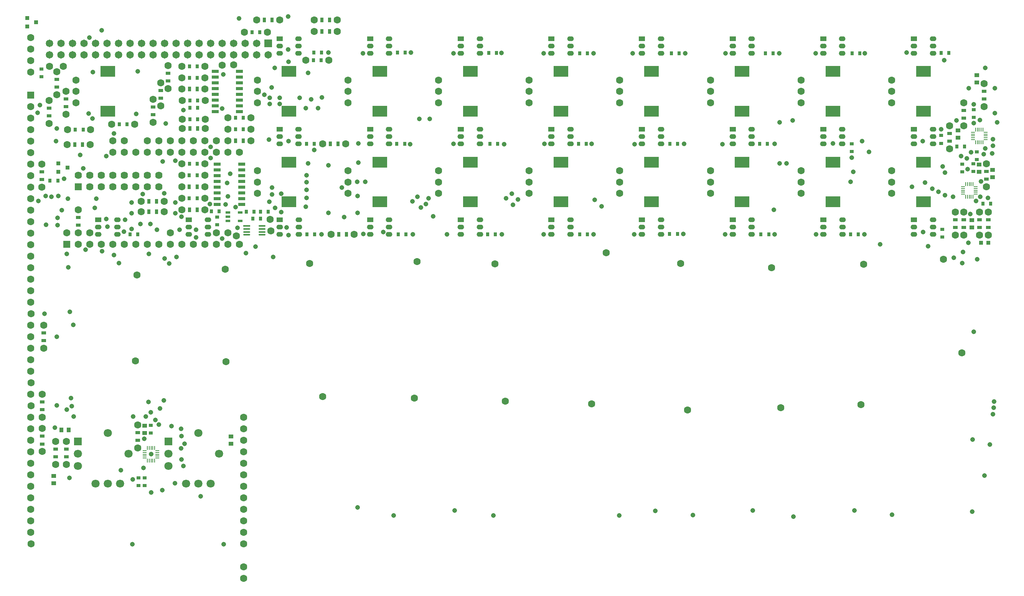
<source format=gts>
%FSLAX33Y33*%
%MOMM*%
%AMRect-W741421-H941421-RO1.000*
21,1,0.741421,0.941421,0.,0.,180*%
%AMRR-H1089615-W1469615-R544807-RO0.000*
21,1,0.380001,1.089615,0.,0.,360*
21,1,1.469615,0.000001,0.,0.,360*
1,1,1.089614,-0.1900005,0.0000005*
1,1,1.089614,0.1900005,0.0000005*
1,1,1.089614,0.1900005,-0.0000005*
1,1,1.089614,-0.1900005,-0.0000005*%
%AMRect-W2403400-H3200000-RO0.500*
21,1,2.4034,3.2,0.,0.,270*%
%AMRR-H192474-W893701-R96237-RO0.000*
21,1,0.701227,0.192474,0.,0.,360*
1,1,0.192474,-0.3506135,0.*
1,1,0.192474,0.3506135,0.*
1,1,0.192474,0.3506135,-0.*
1,1,0.192474,-0.3506135,0.*%
%AMRR-H893701-W192474-R96237-RO0.000*
21,1,0.192474,0.701227,0.,0.,360*
1,1,0.192474,0.,0.3506135*
1,1,0.192474,0.,0.3506135*
1,1,0.192474,0.,-0.3506135*
1,1,0.192474,-0.,-0.3506135*%
%AMRect-W670710-H870710-RO0.500*
21,1,0.67071,0.87071,0.,0.,270*%
%AMRect-W842120-H941421-RO0.500*
21,1,0.84212,0.941421,0.,0.,270*%
%AMRect-W741421-H941421-RO1.500*
21,1,0.741421,0.941421,0.,0.,90*%
%AMRect-W800000-H900000-RO0.500*
21,1,0.8,0.9,0.,0.,270*%
%AMRect-W741421-H941421-RO0.500*
21,1,0.741421,0.941421,0.,0.,270*%
%AMRect-W670710-H870710-RO1.000*
21,1,0.67071,0.87071,0.,0.,180*%
%AMRect-W842120-H941421-RO1.500*
21,1,0.84212,0.941421,0.,0.,90*%
%AMRect-W670710-H870710-RO1.500*
21,1,0.67071,0.87071,0.,0.,90*%
%AMRect-W893701-H192474-RO1.000*
21,1,0.893701,0.192474,0.,0.,180*%
%AMRR-H192474-W893701-R96237-RO1.000*
21,1,0.701227,0.192474,0.,0.,180*
1,1,0.192474,0.3506135,-0.*
1,1,0.192474,-0.3506135,-0.*
1,1,0.192474,-0.3506135,0.*
1,1,0.192474,0.3506135,0.*%
%AMRR-H893701-W192474-R96237-RO1.000*
21,1,0.192474,0.701227,0.,0.,180*
1,1,0.192474,0.,-0.3506135*
1,1,0.192474,-0.,-0.3506135*
1,1,0.192474,-0.,0.3506135*
1,1,0.192474,0.,0.3506135*%
%AMRect-W1650000-H1650000-RO0.500*
21,1,1.65,1.65,0.,0.,270*%
%AMRect-W842120-H941421-RO1.000*
21,1,0.84212,0.941421,0.,0.,180*%
%AMRect-W600000-H1500000-RO1.500*
21,1,0.6,1.5,0.,0.,90*%
%AMRect-W1600000-H1600000-RO0.500*
21,1,1.6,1.6,0.,0.,270*%
%AMRect-W1600000-H300000-RO1.000*
21,1,1.6,0.3,0.,0.,180*%
%AMRR-H300000-W1600000-R150000-RO1.000*
21,1,1.3,0.3,0.,0.,180*
1,1,0.3,0.65,-0.*
1,1,0.3,-0.65,-0.*
1,1,0.3,-0.65,0.*
1,1,0.3,0.65,0.*%
%AMRR-H300000-W1600000-R150000-RO0.000*
21,1,1.3,0.3,0.,0.,360*
1,1,0.3,-0.65,0.*
1,1,0.3,0.65,0.*
1,1,0.3,0.65,-0.*
1,1,0.3,-0.65,0.*%
%ADD10C,1.0668*%
%ADD11C,1.6*%
%ADD12Rect-W741421-H941421-RO1.000*%
%ADD13R,0.67071X0.87071*%
%ADD14R,1.469615X1.089615*%
%ADD15RR-H1089615-W1469615-R544807-RO0.000*%
%ADD16C,1.6*%
%ADD17Rect-W2403400-H3200000-RO0.500*%
%ADD18R,1.8X1.8*%
%ADD19C,1.8*%
%ADD20R,0.741421X0.941421*%
%ADD21C,1.6*%
%ADD22R,0.893701X0.192474*%
%ADD23RR-H192474-W893701-R96237-RO0.000*%
%ADD24RR-H893701-W192474-R96237-RO0.000*%
%ADD25Rect-W670710-H870710-RO0.500*%
%ADD26Rect-W842120-H941421-RO0.500*%
%ADD27C,1.6*%
%ADD28Rect-W741421-H941421-RO1.500*%
%ADD29Rect-W800000-H900000-RO0.500*%
%ADD30R,1.62X1.62*%
%ADD31C,1.62*%
%ADD32Rect-W741421-H941421-RO0.500*%
%ADD33Rect-W670710-H870710-RO1.000*%
%ADD34Rect-W842120-H941421-RO1.500*%
%ADD35Rect-W670710-H870710-RO1.500*%
%ADD36R,1.6X1.6*%
%ADD37Rect-W893701-H192474-RO1.000*%
%ADD38RR-H192474-W893701-R96237-RO1.000*%
%ADD39RR-H893701-W192474-R96237-RO1.000*%
%ADD40C,1.65*%
%ADD41Rect-W1650000-H1650000-RO0.500*%
%ADD42R,1.05X0.6*%
%ADD43Rect-W842120-H941421-RO1.000*%
%ADD44Rect-W600000-H1500000-RO1.500*%
%ADD45R,0.84212X0.941421*%
%ADD46Rect-W1600000-H1600000-RO0.500*%
%ADD47Rect-W1600000-H300000-RO1.000*%
%ADD48RR-H300000-W1600000-R150000-RO1.000*%
%ADD49RR-H300000-W1600000-R150000-RO0.000*%
D10*
%LNtop solder mask_traces*%
G01*
X206550Y86736D03*
X34925Y85500D03*
X5017Y106950D03*
X196309Y118554D03*
X55765Y107225D03*
X90825Y86425D03*
X66400Y106275D03*
X210725Y17275D03*
X200325Y89875D03*
X31275Y36450D03*
X18700Y74725D03*
X210375Y82900D03*
X59792Y126500D03*
X109125Y87400D03*
X12052Y40500D03*
X8718Y101803D03*
X156210Y78445D03*
X28376Y38225D03*
X207294Y103556D03*
X27750Y87308D03*
X52584Y75750D03*
X68707Y118554D03*
X63850Y88275D03*
X8300Y35775D03*
X213475Y25175D03*
X199848Y98990D03*
X116332Y98445D03*
X68700Y83175D03*
X36244Y82325D03*
X64235Y94125D03*
X215175Y96333D03*
X19650Y81800D03*
X67218Y108687D03*
X8750Y40675D03*
X75150Y83185D03*
X21325Y100725D03*
X215575Y41525D03*
X4656Y85825D03*
X186495Y98990D03*
X12400Y58425D03*
X127229Y78475D03*
X215300Y97975D03*
X107467Y98323D03*
X8875Y80445D03*
X162325Y17525D03*
X90175Y85100D03*
X203350Y87821D03*
X88775Y103925D03*
X201016Y75844D03*
X204225Y93400D03*
X156362Y118445D03*
X187096Y118450D03*
X211060Y103022D03*
X212500Y86736D03*
X206705Y73304D03*
X23800Y81645D03*
X63675Y106275D03*
X197450Y88925D03*
X36275Y28725D03*
X29016Y41450D03*
X42725Y95325D03*
X213267Y96150D03*
X208340Y95725D03*
X135865Y118445D03*
X75336Y94310D03*
X109400Y84950D03*
X209600Y95175D03*
X86919Y118575D03*
X7600Y86725D03*
X55640Y85670D03*
X29550Y29971D03*
X8750Y55850D03*
X10975Y74150D03*
X76417Y78562D03*
X71671Y88775D03*
X36150Y35540D03*
X116180Y78445D03*
X9100Y86875D03*
X30887Y79481D03*
X31525Y39990D03*
X50475Y74261D03*
X187975Y96660D03*
X23580Y79025D03*
X214650Y32075D03*
X26625Y114422D03*
X190475Y76212D03*
X13925Y95975D03*
X15981Y121900D03*
X127229Y118425D03*
X18650Y123475D03*
X39500Y79500D03*
X186950Y78450D03*
X19950Y80125D03*
X39484Y77750D03*
X146990Y78500D03*
X10975Y39750D03*
X6000Y60960D03*
X176200Y118445D03*
X147396Y118425D03*
X8592Y99035D03*
X29554Y21488D03*
X149125Y16450D03*
X215775Y110675D03*
X45466Y113716D03*
X210015Y110693D03*
X36700Y105855D03*
X15100Y75050D03*
X48600Y79900D03*
X46330Y89810D03*
X35843Y79431D03*
X204750Y92116D03*
X36150Y31164D03*
X8875Y82085D03*
X116154Y118445D03*
X54550Y109225D03*
X168199Y118450D03*
X33550Y72050D03*
X215500Y40175D03*
X6325Y86875D03*
X169800Y94125D03*
X107865Y86400D03*
X210490Y96590D03*
X16650Y104050D03*
X25450Y10025D03*
X32106Y94500D03*
X96317Y98445D03*
X72187Y82296D03*
X171150Y103625D03*
X75150Y86950D03*
X76860Y90068D03*
X96575Y17450D03*
X6400Y80550D03*
X35125Y73450D03*
X34925Y94700D03*
X184510Y92275D03*
X40525Y20650D03*
X180035Y98552D03*
X45985Y85055D03*
X208559Y72060D03*
X86766Y98349D03*
X17475Y86284D03*
X178003Y118445D03*
X36650Y27300D03*
X215350Y38725D03*
X204591Y116916D03*
X136246Y98349D03*
X59848Y116561D03*
X48231Y84494D03*
X91025Y103925D03*
X184800Y17450D03*
X11650Y61325D03*
X214224Y86450D03*
X12500Y38225D03*
X215300Y99471D03*
X105075Y16425D03*
X58304Y87454D03*
X45600Y10000D03*
X25265Y83142D03*
X193075Y16575D03*
X32489Y87525D03*
X128975Y84625D03*
X68704Y93675D03*
X147142Y98445D03*
X215775Y105175D03*
X34925Y83075D03*
X176301Y78450D03*
X212675Y90148D03*
X110500Y86175D03*
X17165Y84322D03*
X19700Y95750D03*
X62331Y108550D03*
X47015Y91829D03*
X32410Y41750D03*
X75336Y98480D03*
X29454Y39125D03*
X167157Y98445D03*
X167157Y78450D03*
X26311Y105000D03*
X204750Y87075D03*
X57981Y108550D03*
X27844Y26925D03*
X57950Y107225D03*
X209956Y76581D03*
X136169Y78445D03*
X126797Y98445D03*
X32000Y22000D03*
X55765Y108550D03*
X96291Y118445D03*
X21365Y73850D03*
X56856Y115189D03*
X46482Y86850D03*
X58297Y83400D03*
X91821Y82398D03*
X168250Y94125D03*
X201975Y88525D03*
X64850Y108225D03*
X89070Y84375D03*
X28050Y33331D03*
X87351Y78450D03*
X14605Y93029D03*
X42554Y85104D03*
X132900Y16375D03*
X59848Y78303D03*
X45250Y77535D03*
X211600Y85806D03*
X15750Y105100D03*
X16675Y114249D03*
X29075Y74125D03*
X213677Y97392D03*
X25601Y38225D03*
X25280Y85505D03*
X88350Y86725D03*
X67158Y78445D03*
X25225Y79675D03*
X55575Y99339D03*
X87200Y85700D03*
X27203Y80750D03*
X80775Y78990D03*
X183900Y90025D03*
X56225Y87250D03*
X32500Y73150D03*
X56200Y110875D03*
X32775Y102900D03*
X212421Y103705D03*
X184200Y95377D03*
X211060Y107163D03*
X64198Y114071D03*
X140800Y17375D03*
X48975Y126111D03*
X63825Y91450D03*
X36275Y33921D03*
X171350Y16100D03*
X65600Y97075D03*
X127475Y86050D03*
X56525Y73491D03*
X76302Y118445D03*
X42725Y97714D03*
X25500Y24380D03*
X63671Y84550D03*
X210875Y33125D03*
X209750Y92838D03*
X9850Y83790D03*
X216275Y103200D03*
X167000Y83875D03*
X208767Y74524D03*
X11287Y71200D03*
X22887Y26388D03*
X36906Y32207D03*
X56225Y88764D03*
X10350Y90750D03*
X22500Y72100D03*
X30485Y37490D03*
X59792Y119232D03*
X63825Y86500D03*
X213625Y115200D03*
X75150Y18200D03*
X199945Y78990D03*
X11218Y86300D03*
X59487Y79930D03*
X106934Y78445D03*
X56900Y84252D03*
X34050Y36144D03*
X94894Y78445D03*
X59848Y98990D03*
X34825Y23500D03*
X75006Y90068D03*
X11520Y24654D03*
X203875Y101645D03*
X11850Y42325D03*
X168294Y103175D03*
X29421Y80750D03*
X211825Y72975D03*
X4500Y105290D03*
X106883Y118475D03*
X211125Y56975D03*
X155677Y98323D03*
X83125Y16425D03*
X63825Y90000D03*
X45244Y106250D03*
%LNtop solder mask component 2cb417fd89b64ff1*%
D11*
X70675Y125755D03*
X65595Y125755D03*
D12*
X68985Y125755D03*
X67285Y125755D03*
%LNtop solder mask component cb32256eb6e29e30*%
D13*
X84075Y78445D03*
X85775Y78445D03*
%LNtop solder mask component 50e8ad344c7d4b8f*%
D14*
X177900Y101645D03*
D15*
X182100Y98445D03*
X177900Y98445D03*
X182100Y101645D03*
X182100Y100045D03*
X177900Y100045D03*
%LNtop solder mask component 2e96c5ec09cc2bff*%
D16*
X43970Y78805D03*
%LNtop solder mask component c7283ee94d66bc59*%
X92990Y92500D03*
X92990Y90000D03*
X92990Y87500D03*
D17*
X100000Y94394D03*
X100000Y85606D03*
%LNtop solder mask component 7be21fa8212241c2*%
D18*
X13400Y32700D03*
D19*
X13400Y30000D03*
X13400Y27300D03*
X17300Y23400D03*
X20000Y23400D03*
X22700Y23400D03*
X20000Y34600D03*
X24600Y30000D03*
%LNtop solder mask component 87d4757989b5faab*%
D20*
X48204Y104205D03*
X49904Y104205D03*
D21*
X46514Y104205D03*
X51594Y104205D03*
%LNtop solder mask component ac3db5670584ae1c*%
D22*
X210936Y100975D03*
D23*
X210936Y100575D03*
X210936Y100175D03*
X210936Y99775D03*
X210936Y99375D03*
X213714Y99375D03*
X213714Y99775D03*
X213714Y100175D03*
X213714Y100575D03*
X213714Y100975D03*
D24*
X211525Y98786D03*
X211925Y98786D03*
X212325Y98786D03*
X212725Y98786D03*
X213125Y98786D03*
X213125Y101564D03*
X212725Y101564D03*
X212325Y101564D03*
X211925Y101564D03*
X211525Y101564D03*
%LNtop solder mask component fae2ab7ca5d4c9bc*%
D21*
X67425Y42675D03*
%LNtop solder mask component b027ff144b44c17e*%
D25*
X211793Y96669D03*
X211793Y94969D03*
%LNtop solder mask component 208970e27ef767f2*%
D14*
X97900Y121645D03*
D15*
X102100Y118445D03*
X97900Y118445D03*
X102100Y121645D03*
X102100Y120045D03*
X97900Y120045D03*
%LNtop solder mask component e6c093e4fb0ef7fd*%
D14*
X137900Y101645D03*
D15*
X142100Y98445D03*
X137900Y98445D03*
X142100Y101645D03*
X142100Y100045D03*
X137900Y100045D03*
%LNtop solder mask component cb78a816f7b119bb*%
D26*
X8029Y25075D03*
X8029Y23475D03*
%LNtop solder mask component 0c936e703266551f*%
D21*
X50000Y10160D03*
%LNtop solder mask component 7f1e47caf152ae98*%
D13*
X65480Y118554D03*
X67180Y118554D03*
%LNtop solder mask component 58a1288a180aeb08*%
D27*
X207025Y78248D03*
X207025Y83328D03*
D28*
X207025Y79938D03*
X207025Y81638D03*
%LNtop solder mask component 101642b7feb7559f*%
D13*
X63950Y78450D03*
X65650Y78450D03*
%LNtop solder mask component 4aa0ec8f7d4abd44*%
X104300Y98445D03*
X106000Y98445D03*
%LNtop solder mask component 5dcb23a1593b6b07*%
D29*
X2200Y126200D03*
X2200Y124300D03*
X4200Y125250D03*
%LNtop solder mask component b89bd2635b4bd775*%
D13*
X165125Y118450D03*
X166825Y118450D03*
%LNtop solder mask component 4039f8620c22d145*%
D25*
X184200Y98445D03*
X184200Y96745D03*
%LNtop solder mask component 39d65e26780576d4*%
D13*
X164150Y78445D03*
X165850Y78445D03*
%LNtop solder mask component d38423d823e8d2e1*%
D14*
X17900Y81645D03*
D15*
X22100Y78445D03*
X17900Y78445D03*
X22100Y81645D03*
X22100Y80045D03*
X17900Y80045D03*
%LNtop solder mask component cfb32474af56c8fe*%
D30*
X13510Y88975D03*
D31*
X16050Y88975D03*
X18590Y88975D03*
X21130Y88975D03*
X23670Y88975D03*
X26210Y88975D03*
X28750Y88975D03*
X31290Y88975D03*
X13510Y91515D03*
X16050Y91515D03*
X18590Y91515D03*
X21130Y91515D03*
X23670Y91515D03*
X26210Y91515D03*
X28750Y91515D03*
X31290Y91515D03*
%LNtop solder mask component edd2f8c4690b01ba*%
D21*
X46050Y50343D03*
%LNtop solder mask component 6f74c3785349d0d5*%
D13*
X124175Y78445D03*
X125875Y78445D03*
%LNtop solder mask component 26c1b4b607a29686*%
D25*
X5375Y114925D03*
X5375Y113225D03*
%LNtop solder mask component 7d0a4e2d061378cf*%
D11*
X41438Y83885D03*
X36358Y83885D03*
D12*
X39748Y83885D03*
X38048Y83885D03*
%LNtop solder mask component 19b7ae7034783336*%
D16*
X214348Y83395D03*
X214348Y78315D03*
D32*
X214348Y81705D03*
X214348Y80005D03*
%LNtop solder mask component 3cf36ddb64d95e52*%
D27*
X212350Y78315D03*
X212350Y83395D03*
D28*
X212350Y80005D03*
X212350Y81705D03*
%LNtop solder mask component 8ce11e64e60d2ce9*%
D13*
X144000Y78554D03*
X145700Y78554D03*
%LNtop solder mask component ab15ae813f6f3aa1*%
X184275Y118450D03*
X185975Y118450D03*
%LNtop solder mask component 0e368f23a025e6cc*%
X63900Y98445D03*
X65600Y98445D03*
%LNtop solder mask component 01c29c7f8cfffb4b*%
X83950Y118575D03*
X85650Y118575D03*
%LNtop solder mask component 5ebd81450b63c694*%
D14*
X37900Y81645D03*
D15*
X42100Y78445D03*
X37900Y78445D03*
X42100Y81645D03*
X42100Y80045D03*
X37900Y80045D03*
%LNtop solder mask component 32cc1e32022eae04*%
D27*
X7050Y102935D03*
X7050Y108015D03*
D28*
X7050Y104625D03*
X7050Y106325D03*
%LNtop solder mask component adf83d82d2d88d45*%
D21*
X45949Y70725D03*
%LNtop solder mask component 840a2754f238af4d*%
D16*
X43970Y99125D03*
%LNtop solder mask component e85196ca949464c4*%
D33*
X39819Y106385D03*
X38119Y106385D03*
%LNtop solder mask component ab2fc442c780097c*%
D34*
X211800Y111951D03*
X211800Y113550D03*
%LNtop solder mask component e9789fece648f183*%
D16*
X92990Y112500D03*
X92990Y110000D03*
X92990Y107500D03*
D17*
X100000Y114394D03*
X100000Y105606D03*
%LNtop solder mask component 5154ed8cd176cc8c*%
D16*
X41430Y99125D03*
%LNtop solder mask component d62bc96d87e5019c*%
D21*
X50000Y2540D03*
%LNtop solder mask component 4f76a2a9eaa2a2fe*%
D14*
X97900Y101645D03*
D15*
X102100Y98445D03*
X97900Y98445D03*
X102100Y101645D03*
X102100Y100045D03*
X97900Y100045D03*
%LNtop solder mask component 2e9ef28c2831b1bc*%
D14*
X57972Y81645D03*
D15*
X62172Y78445D03*
X57972Y78445D03*
X62172Y81645D03*
X62172Y80045D03*
X57972Y80045D03*
%LNtop solder mask component 28689b4c8158a79f*%
D11*
X74390Y78445D03*
X69310Y78445D03*
D12*
X72700Y78445D03*
X71000Y78445D03*
%LNtop solder mask component ffc4da092a9a4fc5*%
D16*
X28730Y99125D03*
%LNtop solder mask component 7b562a51c2d66994*%
D13*
X104050Y118475D03*
X105750Y118475D03*
%LNtop solder mask component 44887bd3d44aa71f*%
D16*
X8745Y114365D03*
X8745Y109285D03*
D32*
X8745Y112675D03*
X8745Y110975D03*
%LNtop solder mask component 5baf418b44386f3e*%
D11*
X41509Y101841D03*
X36429Y101841D03*
D12*
X39819Y101841D03*
X38119Y101841D03*
%LNtop solder mask component 98269289897f6ba6*%
D25*
X210985Y94005D03*
X210985Y92305D03*
%LNtop solder mask component a86400f42089c71c*%
D13*
X144025Y98445D03*
X145725Y98445D03*
%LNtop solder mask component 89ac62f37abc9e14*%
D16*
X21110Y99125D03*
%LNtop solder mask component c392bcdfea8d8ea2*%
D21*
X47780Y115900D03*
%LNtop solder mask component e784ba3ac1935508*%
D27*
X31700Y106776D03*
X31700Y111856D03*
D28*
X31700Y108466D03*
X31700Y110166D03*
%LNtop solder mask component c74a98aa77dc13b3*%
D13*
X24930Y78445D03*
X26630Y78445D03*
%LNtop solder mask component 43a2ab67652ac8d7*%
D35*
X203875Y98550D03*
X203875Y100250D03*
%LNtop solder mask component 01c081f32b57dd17*%
D16*
X12990Y112500D03*
X12990Y110000D03*
X12990Y107500D03*
D17*
X20000Y114394D03*
X20000Y105606D03*
%LNtop solder mask component 4ad53e7247cb7795*%
D16*
X192990Y92500D03*
X192990Y90000D03*
X192990Y87500D03*
D17*
X200000Y94394D03*
X200000Y85606D03*
%LNtop solder mask component 3657576657a30115*%
D21*
X50000Y5080D03*
%LNtop solder mask component 3f41394d43e5d88f*%
X10225Y115525D03*
%LNtop solder mask component 37922efdc8d51755*%
D36*
X10975Y76265D03*
D21*
X13515Y76265D03*
X16055Y76265D03*
X18595Y76265D03*
X21135Y76265D03*
X23675Y76265D03*
X26215Y76265D03*
X28755Y76265D03*
X31295Y76265D03*
X33835Y76265D03*
X36375Y76265D03*
X38915Y76265D03*
X41455Y76265D03*
X43995Y76265D03*
X46535Y76265D03*
X49075Y76265D03*
X49075Y96585D03*
X46535Y96585D03*
X43995Y96585D03*
X41455Y96585D03*
X38915Y96585D03*
X36375Y96585D03*
X33835Y96585D03*
X31295Y96585D03*
X28755Y96585D03*
X26215Y96585D03*
X23675Y96585D03*
X21135Y96585D03*
%LNtop solder mask component aa580201ffaa89d6*%
X50000Y20320D03*
%LNtop solder mask component af7c4f35f2bc9333*%
D34*
X210717Y79955D03*
X210717Y81554D03*
%LNtop solder mask component af1981297f4010f7*%
D16*
X23650Y99125D03*
%LNtop solder mask component b8b07e4af1db7061*%
D11*
X57975Y125755D03*
X52895Y125755D03*
D12*
X56285Y125755D03*
X54585Y125755D03*
%LNtop solder mask component 4084996067ccbf65*%
D37*
X211539Y87325D03*
D38*
X211539Y87725D03*
X211539Y88125D03*
X211539Y88525D03*
X211539Y88925D03*
X208761Y88925D03*
X208761Y88525D03*
X208761Y88125D03*
X208761Y87725D03*
X208761Y87325D03*
D39*
X210950Y89514D03*
X210550Y89514D03*
X210150Y89514D03*
X209750Y89514D03*
X209350Y89514D03*
X209350Y86736D03*
X209750Y86736D03*
X210150Y86736D03*
X210550Y86736D03*
X210950Y86736D03*
%LNtop solder mask component 110faed1cc146b02*%
D27*
X33300Y110636D03*
X33300Y115716D03*
D28*
X33300Y112326D03*
X33300Y114026D03*
%LNtop solder mask component f7b75df1bdf2f181*%
D21*
X50000Y25400D03*
%LNtop solder mask component 03a6b9848fb8370e*%
X107747Y41650D03*
%LNtop solder mask component 22e543a28086d96e*%
D11*
X70675Y123215D03*
X65595Y123215D03*
D12*
X68985Y123215D03*
X67285Y123215D03*
%LNtop solder mask component dece1cff8e284f1a*%
D16*
X36358Y99125D03*
%LNtop solder mask component 0711ebfc8202c0ed*%
D13*
X144400Y118425D03*
X146100Y118425D03*
%LNtop solder mask component ffb1b8a22baaf954*%
D29*
X9085Y94150D03*
X9085Y92250D03*
X11085Y93200D03*
%LNtop solder mask component 7fd2e291fd359170*%
D21*
X50000Y27940D03*
%LNtop solder mask component 7a75119600317b29*%
D16*
X152990Y92500D03*
X152990Y90000D03*
X152990Y87500D03*
D17*
X160000Y94394D03*
X160000Y85606D03*
%LNtop solder mask component 7583a494c62a08c3*%
D21*
X50000Y15240D03*
%LNtop solder mask component 2ce9bceb47a0c645*%
D40*
X52860Y120650D03*
X50320Y120650D03*
X47780Y120650D03*
X45240Y120650D03*
X42700Y120650D03*
X40160Y120650D03*
X37620Y120650D03*
X35080Y120650D03*
X32540Y120650D03*
X30000Y120650D03*
X27460Y120650D03*
X24920Y120650D03*
X22380Y120650D03*
X19840Y120650D03*
X17300Y120650D03*
X14760Y120650D03*
X12220Y120650D03*
X9680Y120650D03*
X7140Y120650D03*
X55400Y118110D03*
X52860Y118110D03*
X50320Y118110D03*
X47780Y118110D03*
X45240Y118110D03*
X42700Y118110D03*
X40160Y118110D03*
X37620Y118110D03*
X35080Y118110D03*
X32540Y118110D03*
X30000Y118110D03*
X27460Y118110D03*
X24920Y118110D03*
X22380Y118110D03*
X19840Y118110D03*
X17300Y118110D03*
X14760Y118110D03*
X12220Y118110D03*
X9680Y118110D03*
X7140Y118110D03*
D41*
X55400Y120650D03*
%LNtop solder mask component d1b8988840d6d78f*%
D16*
X46510Y78805D03*
%LNtop solder mask component 51d1d5a90901b739*%
D42*
X46510Y83300D03*
X46510Y82350D03*
X46510Y81400D03*
X49210Y81400D03*
X49210Y83300D03*
%LNtop solder mask component 116d0418d04e5f4f*%
D13*
X103850Y78455D03*
X105550Y78455D03*
%LNtop solder mask component 422269f795c4b49e*%
D34*
X47200Y32250D03*
X47200Y33850D03*
%LNtop solder mask component 14933e70956be4d4*%
D43*
X11396Y35304D03*
X9797Y35304D03*
%LNtop solder mask component a9a86f59fad873e5*%
D25*
X28173Y24715D03*
X28173Y23015D03*
%LNtop solder mask component c2943c2eaca65d4c*%
D16*
X132990Y92500D03*
X132990Y90000D03*
X132990Y87500D03*
D17*
X140000Y94394D03*
X140000Y85606D03*
%LNtop solder mask component b8f167eb817f45c9*%
D16*
X13490Y83835D03*
X13490Y78755D03*
D32*
X13490Y82145D03*
X13490Y80445D03*
%LNtop solder mask component 8d538f7f95303938*%
D44*
X49575Y85030D03*
X49575Y86300D03*
X49575Y87570D03*
X49575Y88840D03*
X49575Y90110D03*
X49575Y91380D03*
X49575Y92650D03*
X49575Y93920D03*
X44175Y93920D03*
X44175Y92650D03*
X44175Y91380D03*
X44175Y90110D03*
X44175Y88840D03*
X44175Y87570D03*
X44175Y86300D03*
X44175Y85030D03*
%LNtop solder mask component 8d773e40d9ff8c97*%
D20*
X51867Y123047D03*
X53567Y123047D03*
D21*
X50177Y123047D03*
X55257Y123047D03*
%LNtop solder mask component 362fc440c7609de4*%
D14*
X77900Y121645D03*
D15*
X82100Y118445D03*
X77900Y118445D03*
X82100Y121645D03*
X82100Y120045D03*
X77900Y120045D03*
%LNtop solder mask component 22777a1fd5ef78f6*%
D14*
X157900Y81645D03*
D15*
X162100Y78445D03*
X157900Y78445D03*
X162100Y81645D03*
X162100Y80045D03*
X157900Y80045D03*
%LNtop solder mask component f5ef1cec2031dca3*%
D16*
X52990Y112500D03*
X52990Y110000D03*
X52990Y107500D03*
D17*
X60000Y114394D03*
X60000Y105606D03*
%LNtop solder mask component 8daf806579074e6c*%
D21*
X50000Y12700D03*
%LNtop solder mask component e2b7cb41e3b42ff7*%
D13*
X207340Y97827D03*
X209040Y97827D03*
%LNtop solder mask component 20eaf199acc821e9*%
D21*
X87675Y42300D03*
%LNtop solder mask component 835bc4b13f0791df*%
X7140Y115525D03*
%LNtop solder mask component 3f34ece6ffbf9a07*%
D13*
X50549Y83414D03*
X52249Y83414D03*
%LNtop solder mask component 1b8cbfd094050d32*%
D14*
X97900Y81645D03*
D15*
X102100Y78445D03*
X97900Y78445D03*
X102100Y81645D03*
X102100Y80045D03*
X97900Y80045D03*
%LNtop solder mask component 051bcd12e4b16a5d*%
D21*
X26441Y69475D03*
%LNtop solder mask component 2707fcd6ab92e018*%
D16*
X132990Y112500D03*
X132990Y110000D03*
X132990Y107500D03*
D17*
X140000Y114394D03*
X140000Y105606D03*
%LNtop solder mask component fa4b46b3c3d02d04*%
D21*
X48375Y78075D03*
%LNtop solder mask component 15295c3f1cff3500*%
X45240Y115825D03*
%LNtop solder mask component f89053a2e4f60840*%
D16*
X5560Y35565D03*
X5560Y30485D03*
D32*
X5560Y33875D03*
X5560Y32175D03*
%LNtop solder mask component 76f14d7369327f0d*%
D25*
X211090Y105990D03*
X211090Y104290D03*
%LNtop solder mask component 52a1b1ca2b1d3003*%
D21*
X146400Y72034D03*
%LNtop solder mask component 18194bf12f70f194*%
D16*
X72990Y112500D03*
X72990Y110000D03*
X72990Y107500D03*
D17*
X80000Y114394D03*
X80000Y105606D03*
%LNtop solder mask component 5a332b9c7c6b454e*%
D27*
X8500Y27620D03*
X8500Y32700D03*
D28*
X8500Y29310D03*
X8500Y31010D03*
%LNtop solder mask component 549c3aea35d079e6*%
D16*
X112990Y92500D03*
X112990Y90000D03*
X112990Y87500D03*
D17*
X120000Y94394D03*
X120000Y85606D03*
%LNtop solder mask component 3d096520bff5873b*%
D16*
X205725Y102435D03*
X205725Y97355D03*
D32*
X205725Y100745D03*
X205725Y99045D03*
%LNtop solder mask component 0b32193e593047df*%
D14*
X177950Y81650D03*
D15*
X182150Y78450D03*
X177950Y78450D03*
X182150Y81650D03*
X182150Y80050D03*
X177950Y80050D03*
%LNtop solder mask component 76bc64773c60f07c*%
D27*
X3000Y119380D03*
X3000Y121920D03*
%LNtop solder mask component 2b1495a865a6849a*%
D21*
X208450Y52325D03*
%LNtop solder mask component 0140c6c654e9dc5b*%
X50000Y33020D03*
%LNtop solder mask component 3b85729fa308793e*%
X105450Y71925D03*
%LNtop solder mask component 3244838e2437b951*%
D16*
X5850Y58400D03*
X5850Y53320D03*
D32*
X5850Y56710D03*
X5850Y55010D03*
%LNtop solder mask component 4d63013c9b8810b0*%
D26*
X28138Y36177D03*
X28138Y34577D03*
%LNtop solder mask component 9606dd0b3b4181df*%
D35*
X44175Y80590D03*
X44175Y82290D03*
%LNtop solder mask component 4705e07a40114c09*%
D20*
X37999Y86425D03*
X39699Y86425D03*
D21*
X36309Y86425D03*
X41389Y86425D03*
%LNtop solder mask component b486b3018109de37*%
D14*
X177900Y121645D03*
D15*
X182100Y118445D03*
X177900Y118445D03*
X182100Y121645D03*
X182100Y120045D03*
X177900Y120045D03*
%LNtop solder mask component 01015ca45b8bb0bc*%
D11*
X72465Y98455D03*
X67385Y98455D03*
D12*
X70775Y98455D03*
X69075Y98455D03*
%LNtop solder mask component 794c30c688ef4a1d*%
D21*
X55800Y81750D03*
%LNtop solder mask component ef78370791fd3d8b*%
D11*
X41389Y88965D03*
X36309Y88965D03*
D12*
X39699Y88965D03*
X37999Y88965D03*
%LNtop solder mask component e572c9809e58cf0f*%
D14*
X117900Y101645D03*
D15*
X122100Y98445D03*
X117900Y98445D03*
X122100Y101645D03*
X122100Y100045D03*
X117900Y100045D03*
%LNtop solder mask component 7affad552c8f2dee*%
D16*
X112990Y112500D03*
X112990Y110000D03*
X112990Y107500D03*
D17*
X120000Y114394D03*
X120000Y105606D03*
%LNtop solder mask component 2acf0be01d619105*%
D14*
X77900Y81645D03*
D15*
X82100Y78445D03*
X77900Y78445D03*
X82100Y81645D03*
X82100Y80045D03*
X77900Y80045D03*
%LNtop solder mask component f5aa278a4338d0a7*%
D16*
X52990Y92500D03*
X52990Y90000D03*
X52990Y87500D03*
D17*
X60000Y94394D03*
X60000Y85606D03*
%LNtop solder mask component 948a008d14176e07*%
D21*
X50000Y17780D03*
%LNtop solder mask component adc1909596e3bd48*%
X50000Y38100D03*
%LNtop solder mask component 6df6cc68a2bdf09c*%
D13*
X124125Y118425D03*
X125825Y118425D03*
%LNtop solder mask component ad1c61057d5f85b7*%
D14*
X197900Y81645D03*
D15*
X202100Y78445D03*
X197900Y78445D03*
X202100Y81645D03*
X202100Y80045D03*
X197900Y80045D03*
%LNtop solder mask component ab6498ba432a0b55*%
D20*
X12850Y101525D03*
X14550Y101525D03*
D21*
X11160Y101525D03*
X16240Y101525D03*
%LNtop solder mask component 0cff4b9a53bad90f*%
D14*
X157900Y121645D03*
D15*
X162100Y118445D03*
X157900Y118445D03*
X162100Y121645D03*
X162100Y120045D03*
X157900Y120045D03*
%LNtop solder mask component ca5038e2ccbbc460*%
D14*
X197900Y121645D03*
D15*
X202100Y118445D03*
X197900Y118445D03*
X202100Y121645D03*
X202100Y120045D03*
X197900Y120045D03*
%LNtop solder mask component 3c2ce17cf2a01d3a*%
D21*
X88250Y72475D03*
%LNtop solder mask component e20cf9e83588ac86*%
D45*
X212699Y76581D03*
X214299Y76581D03*
%LNtop solder mask component 020795961396f96f*%
D21*
X166450Y71120D03*
%LNtop solder mask component 00c8401b6cf4bd8f*%
D25*
X204125Y79567D03*
X204125Y77867D03*
%LNtop solder mask component 179472fd52466dca*%
D16*
X38890Y99125D03*
%LNtop solder mask component 9fbf70fbd30795f4*%
D33*
X53695Y81960D03*
X51995Y81960D03*
%LNtop solder mask component 91ad611b2d09aec1*%
D21*
X50000Y30480D03*
%LNtop solder mask component 1aa80e2305d3c3f5*%
D20*
X65396Y116850D03*
X67096Y116850D03*
D21*
X63706Y116850D03*
X68786Y116850D03*
%LNtop solder mask component 7402d1aeef7f3f20*%
X50000Y35560D03*
%LNtop solder mask component 478e18b4a5e21ed9*%
D27*
X3000Y114300D03*
X3000Y116840D03*
%LNtop solder mask component 4bb94fafb42cfb5f*%
D16*
X172990Y92500D03*
X172990Y90000D03*
X172990Y87500D03*
D17*
X180000Y94394D03*
X180000Y85606D03*
%LNtop solder mask component 7916e5d6367009bd*%
D22*
X28161Y30675D03*
D23*
X28161Y30275D03*
X28161Y29875D03*
X28161Y29475D03*
X28161Y29075D03*
X30939Y29075D03*
X30939Y29475D03*
X30939Y29875D03*
X30939Y30275D03*
X30939Y30675D03*
D24*
X28750Y28486D03*
X29150Y28486D03*
X29550Y28486D03*
X29950Y28486D03*
X30350Y28486D03*
X30350Y31264D03*
X29950Y31264D03*
X29550Y31264D03*
X29150Y31264D03*
X28750Y31264D03*
%LNtop solder mask component e8b37e7f08e4b4ce*%
D11*
X51594Y99125D03*
X46514Y99125D03*
D12*
X49904Y99125D03*
X48204Y99125D03*
%LNtop solder mask component 3da4608edc6e80ef*%
D33*
X214856Y85200D03*
X213156Y85200D03*
%LNtop solder mask component 1376364b9f4b7526*%
D44*
X49075Y105555D03*
X49075Y106825D03*
X49075Y108095D03*
X49075Y109365D03*
X49075Y110635D03*
X49075Y111905D03*
X49075Y113175D03*
X49075Y114445D03*
X43675Y114445D03*
X43675Y113175D03*
X43675Y111905D03*
X43675Y110635D03*
X43675Y109365D03*
X43675Y108095D03*
X43675Y106825D03*
X43675Y105555D03*
%LNtop solder mask component 511370af6c7919eb*%
D21*
X26111Y50495D03*
%LNtop solder mask component 7e7211f8812d17fd*%
D35*
X26775Y23015D03*
X26775Y24715D03*
%LNtop solder mask component 264957ead632d6c1*%
D11*
X32489Y85725D03*
X27409Y85725D03*
D12*
X30799Y85725D03*
X29099Y85725D03*
%LNtop solder mask component bfe6143774099665*%
D20*
X38048Y94045D03*
X39748Y94045D03*
D21*
X36358Y94045D03*
X41438Y94045D03*
%LNtop solder mask component c1f03332e9856203*%
D16*
X10860Y32700D03*
X10860Y27620D03*
D32*
X10860Y31010D03*
X10860Y29310D03*
%LNtop solder mask component 863ca0b2a523c33c*%
D21*
X186817Y71831D03*
%LNtop solder mask component db7c6cb3d87cf7fe*%
D14*
X137900Y81645D03*
D15*
X142100Y78445D03*
X137900Y78445D03*
X142100Y81645D03*
X142100Y80045D03*
X137900Y80045D03*
%LNtop solder mask component 01839eb3658de517*%
D16*
X152990Y112500D03*
X152990Y110000D03*
X152990Y107500D03*
D17*
X160000Y114394D03*
X160000Y105606D03*
%LNtop solder mask component 2d214055c5945252*%
D21*
X147900Y39675D03*
%LNtop solder mask component a3a28f654af52e6d*%
D34*
X207635Y99775D03*
X207635Y101374D03*
%LNtop solder mask component aff9f134acc6d168*%
D21*
X126746Y41025D03*
%LNtop solder mask component 90a5760c096e9d9b*%
X186233Y40869D03*
%LNtop solder mask component c928a8fc3e3d20d2*%
D14*
X77900Y101645D03*
D15*
X82100Y98445D03*
X77900Y98445D03*
X82100Y101645D03*
X82100Y100045D03*
X77900Y100045D03*
%LNtop solder mask component b3d7406c263ee182*%
D14*
X157900Y101645D03*
D15*
X162100Y98445D03*
X157900Y98445D03*
X162100Y101645D03*
X162100Y100045D03*
X157900Y100045D03*
%LNtop solder mask component 28b624cef8888489*%
D16*
X33810Y99125D03*
%LNtop solder mask component ab9d65e67c875311*%
X172990Y112500D03*
X172990Y110000D03*
X172990Y107500D03*
D17*
X180000Y114394D03*
X180000Y105606D03*
%LNtop solder mask component 652fff0cf240bfb2*%
D26*
X212296Y93825D03*
X212296Y92225D03*
%LNtop solder mask component 707e6c11d1cca362*%
D20*
X48204Y101665D03*
X49904Y101665D03*
D21*
X46514Y101665D03*
X51594Y101665D03*
%LNtop solder mask component 92ba980cb6ada6c2*%
D14*
X57900Y121645D03*
D15*
X62100Y118445D03*
X57900Y118445D03*
X62100Y121645D03*
X62100Y120045D03*
X57900Y120045D03*
%LNtop solder mask component 5b22a68f09ffcba4*%
D27*
X26613Y31271D03*
X26613Y36351D03*
D28*
X26613Y32961D03*
X26613Y34661D03*
%LNtop solder mask component 5f39a1bbc8e10a34*%
D25*
X29451Y36262D03*
X29451Y34562D03*
%LNtop solder mask component 595a8c12c1f1384b*%
D16*
X192990Y112500D03*
X192990Y110000D03*
X192990Y107500D03*
D17*
X200000Y114394D03*
X200000Y105606D03*
%LNtop solder mask component 109cba4edaa46692*%
D21*
X64575Y72050D03*
%LNtop solder mask component 17d3a0ee983cedc9*%
D20*
X37999Y91505D03*
X39699Y91505D03*
D21*
X36309Y91505D03*
X41389Y91505D03*
%LNtop solder mask component 7c5862ef05c6b57e*%
D16*
X30000Y108286D03*
X30000Y103206D03*
D32*
X30000Y106596D03*
X30000Y104896D03*
%LNtop solder mask component d66d5715dd5ea0f6*%
D13*
X183912Y78450D03*
X185612Y78450D03*
%LNtop solder mask component 3ee2067a7940f73c*%
D20*
X38040Y112992D03*
X39740Y112992D03*
D21*
X36350Y112992D03*
X41430Y112992D03*
%LNtop solder mask component c3bb4e8e86108661*%
D14*
X117900Y81645D03*
D15*
X122100Y78445D03*
X117900Y78445D03*
X122100Y81645D03*
X122100Y80045D03*
X117900Y80045D03*
%LNtop solder mask component a545dc4cd47ee866*%
D16*
X33810Y78805D03*
%LNtop solder mask component 1090ed080a1beb2c*%
D13*
X83800Y98445D03*
X85500Y98445D03*
%LNtop solder mask component d72e272e4740b0c6*%
D16*
X10800Y110000D03*
X10800Y104920D03*
D32*
X10800Y108310D03*
X10800Y106610D03*
%LNtop solder mask component e02c3f52298e31bf*%
D21*
X168478Y40150D03*
%LNtop solder mask component a57d4a4026e36de8*%
D16*
X72990Y92500D03*
X72990Y90000D03*
X72990Y87500D03*
D17*
X80000Y94394D03*
X80000Y85606D03*
%LNtop solder mask component 49beb2a2a790b48d*%
D27*
X213925Y88925D03*
X213925Y94005D03*
D28*
X213925Y90615D03*
X213925Y92315D03*
%LNtop solder mask component 66a2352ef12547e6*%
D11*
X16090Y98275D03*
X11010Y98275D03*
D12*
X14400Y98275D03*
X12700Y98275D03*
%LNtop solder mask component 80fbe409ce6ad601*%
D13*
X53695Y83436D03*
X55395Y83436D03*
%LNtop solder mask component 0286a69b302c7373*%
D21*
X55975Y79250D03*
%LNtop solder mask component f2b8dcf9fc5b61b9*%
D13*
X203900Y118500D03*
X205600Y118500D03*
%LNtop solder mask component f46c31dedb484b98*%
D21*
X50000Y22860D03*
%LNtop solder mask component ddb2af37f6a94b60*%
D14*
X57900Y101645D03*
D15*
X62100Y98445D03*
X57900Y98445D03*
X62100Y101645D03*
X62100Y100045D03*
X57900Y100045D03*
%LNtop solder mask component b52b50502c51dacb*%
D14*
X197900Y101645D03*
D15*
X202100Y98445D03*
X197900Y98445D03*
X202100Y101645D03*
X202100Y100045D03*
X197900Y100045D03*
%LNtop solder mask component afb2019f5953c4e2*%
D20*
X38119Y107997D03*
X39819Y107997D03*
D21*
X36429Y107997D03*
X41509Y107997D03*
%LNtop solder mask component 807992e83262e177*%
D14*
X117900Y121645D03*
D15*
X122100Y118445D03*
X117900Y118445D03*
X122100Y121645D03*
X122100Y120045D03*
X117900Y120045D03*
%LNtop solder mask component e7393894ce705798*%
D20*
X38119Y103825D03*
X39819Y103825D03*
D21*
X36429Y103825D03*
X41509Y103825D03*
%LNtop solder mask component e182ecc0a0b9ab00*%
D13*
X163850Y98445D03*
X165550Y98445D03*
%LNtop solder mask component 04f20976e88c6656*%
D21*
X204400Y72974D03*
%LNtop solder mask component 9838140f6d8fc3a3*%
D11*
X32440Y83425D03*
X27360Y83425D03*
D12*
X30750Y83425D03*
X29050Y83425D03*
%LNtop solder mask component 19f5bff069822602*%
D35*
X208590Y92210D03*
X208590Y93910D03*
%LNtop solder mask component 2855dc77c2e8dde1*%
D13*
X7265Y90315D03*
X8965Y90315D03*
%LNtop solder mask component 4de6dc9ddc697575*%
D16*
X213404Y111730D03*
X213404Y106650D03*
D32*
X213404Y110040D03*
X213404Y108340D03*
%LNtop solder mask component d1bccda1b464fd03*%
D16*
X3000Y106680D03*
X3000Y104140D03*
X3000Y101600D03*
X3000Y99060D03*
X3000Y96520D03*
X3000Y93980D03*
X3000Y91440D03*
X3000Y88900D03*
X3000Y86360D03*
X3000Y83820D03*
X3000Y81280D03*
X3000Y78740D03*
X3000Y76200D03*
X3000Y73660D03*
X3000Y71120D03*
X3000Y68580D03*
X3000Y66040D03*
X3000Y63500D03*
X3075Y60960D03*
X3000Y58420D03*
X3000Y55880D03*
X3000Y53340D03*
X3000Y50800D03*
X3000Y48260D03*
X3075Y45720D03*
X3000Y43180D03*
X3075Y40640D03*
X3000Y38100D03*
X3000Y35560D03*
X3000Y33020D03*
X3000Y30480D03*
X3000Y27940D03*
X3000Y25400D03*
X3000Y22860D03*
X3000Y20320D03*
X3000Y17780D03*
X3000Y15240D03*
X3000Y12700D03*
X3075Y10160D03*
D46*
X3000Y109220D03*
%LNtop solder mask component 8161a00624e99dd4*%
D21*
X129975Y74400D03*
%LNtop solder mask component be6dae4a381f52ea*%
D16*
X16030Y78755D03*
%LNtop solder mask component e90434b9302ec0b9*%
D20*
X38040Y115541D03*
X39740Y115541D03*
D21*
X36350Y115541D03*
X41430Y115541D03*
%LNtop solder mask component 76e5300c46c5832f*%
D34*
X215265Y91098D03*
X215265Y92697D03*
%LNtop solder mask component 42107fc99cd43302*%
D20*
X22525Y102781D03*
X24225Y102781D03*
D21*
X20835Y102781D03*
X25915Y102781D03*
%LNtop solder mask component fca1a590c33dcb53*%
D16*
X5450Y93980D03*
X5450Y88900D03*
D32*
X5450Y92290D03*
X5450Y90590D03*
%LNtop solder mask component 175f9e2f385f0166*%
D27*
X208875Y102435D03*
X208875Y107515D03*
D28*
X208875Y104125D03*
X208875Y105825D03*
%LNtop solder mask component 45386d5e65213c57*%
D27*
X5540Y38100D03*
X5540Y43180D03*
D28*
X5540Y39790D03*
X5540Y41490D03*
%LNtop solder mask component 8d9dea7f49d2440b*%
D47*
X50636Y80290D03*
D48*
X50636Y79640D03*
X50636Y78990D03*
X50636Y78340D03*
D49*
X54036Y78340D03*
X54036Y78990D03*
X54036Y79640D03*
X54036Y80290D03*
%LNtop solder mask component fb25c8ebd593f1df*%
D18*
X33400Y32700D03*
D19*
X33400Y30000D03*
X33400Y27300D03*
X37300Y23400D03*
X40000Y23400D03*
X42700Y23400D03*
X40000Y34600D03*
X44600Y30000D03*
%LNtop solder mask component 037ab21f56739a3d*%
D13*
X123900Y98445D03*
X125600Y98445D03*
%LNtop solder mask component 620a4f717f976fc9*%
D16*
X10950Y78755D03*
%LNtop solder mask component 4cda8897de2b8f63*%
D11*
X41430Y110537D03*
X36350Y110537D03*
D12*
X39740Y110537D03*
X38040Y110537D03*
%LNtop solder mask component cf01b5d8126ae9b4*%
D14*
X137900Y121645D03*
D15*
X142100Y118445D03*
X137900Y118445D03*
X142100Y121645D03*
X142100Y120045D03*
X137900Y120045D03*
%LNtop solder mask component fcb33d2da6a8351b*%
D27*
X208879Y78248D03*
X208879Y83328D03*
D28*
X208879Y79938D03*
X208879Y81638D03*
%LNtop solder mask component 58632b713c9df017*%
D13*
X42890Y83550D03*
X44590Y83550D03*
%LNtop solder mask component 1902cf21c92c7046*%
D16*
X31270Y99125D03*
M02*
</source>
